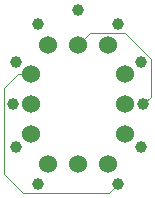
<source format=gbr>
%TF.GenerationSoftware,KiCad,Pcbnew,7.0.0*%
%TF.CreationDate,2023-07-26T19:00:40+08:00*%
%TF.ProjectId,QS-27,51532d32-372e-46b6-9963-61645f706362,rev?*%
%TF.SameCoordinates,Original*%
%TF.FileFunction,Copper,L2,Bot*%
%TF.FilePolarity,Positive*%
%FSLAX46Y46*%
G04 Gerber Fmt 4.6, Leading zero omitted, Abs format (unit mm)*
G04 Created by KiCad (PCBNEW 7.0.0) date 2023-07-26 19:00:40*
%MOMM*%
%LPD*%
G01*
G04 APERTURE LIST*
%TA.AperFunction,ComponentPad*%
%ADD10C,1.524000*%
%TD*%
%TA.AperFunction,ComponentPad*%
%ADD11C,1.000000*%
%TD*%
%TA.AperFunction,Conductor*%
%ADD12C,0.100000*%
%TD*%
G04 APERTURE END LIST*
D10*
%TO.P,J1,0,0*%
%TO.N,P0*%
X151456000Y-110896000D03*
%TO.P,J1,1,1*%
%TO.N,P1*%
X151456000Y-113436000D03*
%TO.P,J1,2,2*%
%TO.N,P2*%
X152916000Y-115896000D03*
%TO.P,J1,3,3*%
%TO.N,P3*%
X155456000Y-115896000D03*
%TO.P,J1,4,4*%
%TO.N,P4*%
X157996000Y-115896000D03*
%TO.P,J1,5,5*%
%TO.N,P5*%
X159456000Y-113436000D03*
%TO.P,J1,6,6*%
%TO.N,P6*%
X159456000Y-110896000D03*
%TO.P,J1,7,7*%
%TO.N,P7*%
X159456000Y-108356000D03*
%TO.P,J1,8,8*%
%TO.N,P8*%
X157996000Y-105896000D03*
%TO.P,J1,9,9*%
%TO.N,P9*%
X155456000Y-105896000D03*
%TO.P,J1,10,10*%
%TO.N,unconnected-(J1-Pad10)*%
X152916000Y-105896000D03*
%TO.P,J1,A,A*%
%TO.N,PA*%
X151456000Y-108356000D03*
%TD*%
D11*
%TO.P,NX1,0,0*%
%TO.N,P0*%
X160756000Y-114496000D03*
%TO.P,NX1,1,1*%
%TO.N,P1*%
X152056000Y-117596000D03*
%TO.P,NX1,2,2*%
%TO.N,P2*%
X150156000Y-114496000D03*
%TO.P,NX1,3,3*%
%TO.N,P3*%
X149956000Y-110896000D03*
%TO.P,NX1,4,4*%
%TO.N,P4*%
X150156000Y-107296000D03*
%TO.P,NX1,5,5*%
%TO.N,P5*%
X152056000Y-104096000D03*
%TO.P,NX1,6,6*%
%TO.N,P6*%
X155456000Y-102896000D03*
%TO.P,NX1,7,7*%
%TO.N,P7*%
X158856000Y-104096000D03*
%TO.P,NX1,8,8*%
%TO.N,P8*%
X160756000Y-107296000D03*
%TO.P,NX1,9,9*%
%TO.N,P9*%
X160956000Y-110896000D03*
%TO.P,NX1,A,A*%
%TO.N,PA*%
X158856000Y-117596000D03*
%TD*%
D12*
%TO.N,PA*%
X150774400Y-118364000D02*
X158088000Y-118364000D01*
X158088000Y-118364000D02*
X158856000Y-117596000D01*
X150378370Y-108356000D02*
X149206000Y-109528370D01*
X149206000Y-116795600D02*
X150774400Y-118364000D01*
X151456000Y-108356000D02*
X150378370Y-108356000D01*
X149206000Y-109528370D02*
X149206000Y-116795600D01*
%TO.N,P9*%
X161594800Y-110257200D02*
X160956000Y-110896000D01*
X159404661Y-104884000D02*
X161594800Y-107074139D01*
X156468000Y-104884000D02*
X159404661Y-104884000D01*
X161594800Y-107074139D02*
X161594800Y-110257200D01*
X155456000Y-105896000D02*
X156468000Y-104884000D01*
%TD*%
M02*

</source>
